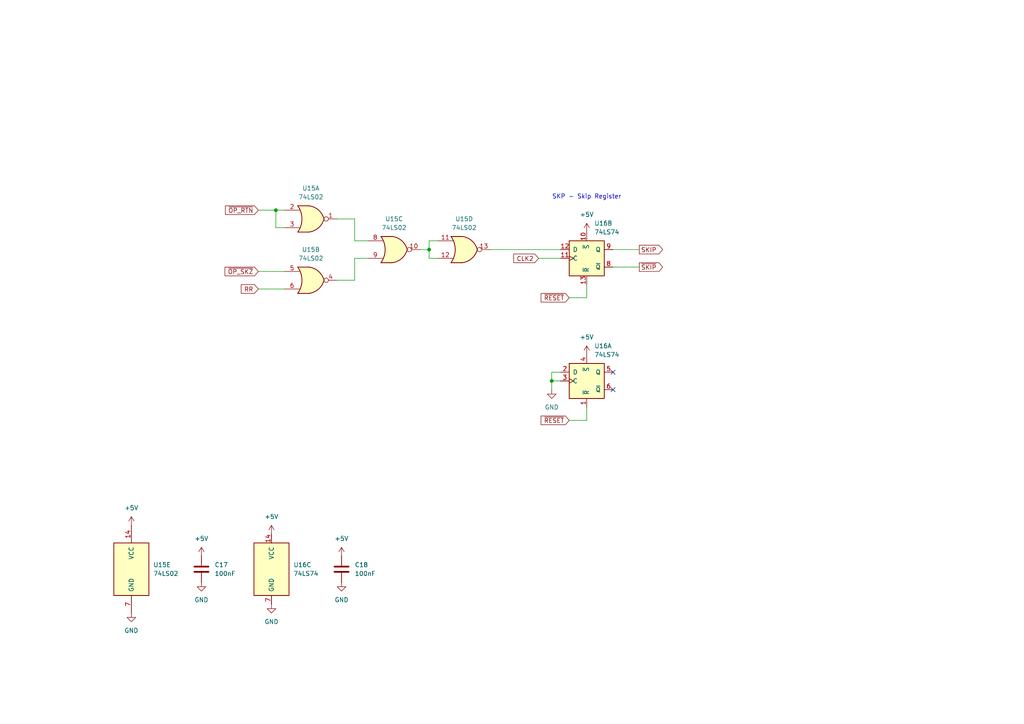
<source format=kicad_sch>
(kicad_sch (version 20231120) (generator "eeschema") (generator_version "8.0")
  (paper "A4")
  (title_block (title "UE14500 TTL 1-bit Microprocessor") (date "2025") (rev "1") (comment 1 "Copyright (c) 2025 Rhys Weatherley") (comment 3 "Skip Register"))
  (lib_symbols
    (symbol "74xx:74LS02" (pin_names (offset 1.016))
      (property "Reference" "U" (at 0 1.27 0))
      (property "Value" "74LS02" (at 0 -1.27 0))
      (symbol "74LS02_1_1"
        (arc (start -3.81 -3.81) (mid -2.589 0) (end -3.81 3.81) (stroke (width 0.254)))
        (arc (start -0.6096 -3.81) (mid 2.1842 -2.5851) (end 3.81 0) (stroke (width 0.254)) (fill (type background)))
        (polyline (pts (xy -3.81 -3.81) (xy -0.635 -3.81)) (stroke (width 0.254)) (fill (type background)))
        (polyline (pts (xy -3.81 3.81) (xy -0.635 3.81)) (stroke (width 0.254)) (fill (type background)))
        (polyline (pts (xy -0.635 3.81) (xy -3.81 3.81) (xy -3.81 3.81) (xy -3.556 3.4036) (xy -3.0226 2.2606) (xy -2.6924 1.0414) (xy -2.6162 -0.254) (xy -2.7686 -1.4986) (xy -3.175 -2.7178) (xy -3.81 -3.81) (xy -3.81 -3.81) (xy -0.635 -3.81)) (stroke (width -25.4)) (fill (type background)))
        (arc (start 3.81 0) (mid 2.1915 2.5936) (end -0.6096 3.81) (stroke (width 0.254)) (fill (type background)))
        (pin output inverted (at 7.62 0 180) (length 3.81) (name "~") (number "1"))
        (pin input line (at -7.62 2.54 0) (length 4.318) (name "~") (number "2"))
        (pin input line (at -7.62 -2.54 0) (length 4.318) (name "~") (number "3"))
      )
      (symbol "74LS02_1_2"
        (arc (start 0 -3.81) (mid 3.7934 0) (end 0 3.81) (stroke (width 0.254)) (fill (type background)))
        (polyline (pts (xy 0 3.81) (xy -3.81 3.81) (xy -3.81 -3.81) (xy 0 -3.81)) (stroke (width 0.254)) (fill (type background)))
        (pin output line (at 7.62 0 180) (length 3.81) (name "~") (number "1"))
        (pin input inverted (at -7.62 2.54 0) (length 3.81) (name "~") (number "2"))
        (pin input inverted (at -7.62 -2.54 0) (length 3.81) (name "~") (number "3"))
      )
      (symbol "74LS02_2_1"
        (arc (start -3.81 -3.81) (mid -2.589 0) (end -3.81 3.81) (stroke (width 0.254)))
        (arc (start -0.6096 -3.81) (mid 2.1842 -2.5851) (end 3.81 0) (stroke (width 0.254)) (fill (type background)))
        (polyline (pts (xy -3.81 -3.81) (xy -0.635 -3.81)) (stroke (width 0.254)) (fill (type background)))
        (polyline (pts (xy -3.81 3.81) (xy -0.635 3.81)) (stroke (width 0.254)) (fill (type background)))
        (polyline (pts (xy -0.635 3.81) (xy -3.81 3.81) (xy -3.81 3.81) (xy -3.556 3.4036) (xy -3.0226 2.2606) (xy -2.6924 1.0414) (xy -2.6162 -0.254) (xy -2.7686 -1.4986) (xy -3.175 -2.7178) (xy -3.81 -3.81) (xy -3.81 -3.81) (xy -0.635 -3.81)) (stroke (width -25.4)) (fill (type background)))
        (arc (start 3.81 0) (mid 2.1915 2.5936) (end -0.6096 3.81) (stroke (width 0.254)) (fill (type background)))
        (pin output inverted (at 7.62 0 180) (length 3.81) (name "~") (number "4"))
        (pin input line (at -7.62 2.54 0) (length 4.318) (name "~") (number "5"))
        (pin input line (at -7.62 -2.54 0) (length 4.318) (name "~") (number "6"))
      )
      (symbol "74LS02_2_2"
        (arc (start 0 -3.81) (mid 3.7934 0) (end 0 3.81) (stroke (width 0.254)) (fill (type background)))
        (polyline (pts (xy 0 3.81) (xy -3.81 3.81) (xy -3.81 -3.81) (xy 0 -3.81)) (stroke (width 0.254)) (fill (type background)))
        (pin output line (at 7.62 0 180) (length 3.81) (name "~") (number "4"))
        (pin input inverted (at -7.62 2.54 0) (length 3.81) (name "~") (number "5"))
        (pin input inverted (at -7.62 -2.54 0) (length 3.81) (name "~") (number "6"))
      )
      (symbol "74LS02_3_1"
        (arc (start -3.81 -3.81) (mid -2.589 0) (end -3.81 3.81) (stroke (width 0.254)))
        (arc (start -0.6096 -3.81) (mid 2.1842 -2.5851) (end 3.81 0) (stroke (width 0.254)) (fill (type background)))
        (polyline (pts (xy -3.81 -3.81) (xy -0.635 -3.81)) (stroke (width 0.254)) (fill (type background)))
        (polyline (pts (xy -3.81 3.81) (xy -0.635 3.81)) (stroke (width 0.254)) (fill (type background)))
        (polyline (pts (xy -0.635 3.81) (xy -3.81 3.81) (xy -3.81 3.81) (xy -3.556 3.4036) (xy -3.0226 2.2606) (xy -2.6924 1.0414) (xy -2.6162 -0.254) (xy -2.7686 -1.4986) (xy -3.175 -2.7178) (xy -3.81 -3.81) (xy -3.81 -3.81) (xy -0.635 -3.81)) (stroke (width -25.4)) (fill (type background)))
        (arc (start 3.81 0) (mid 2.1915 2.5936) (end -0.6096 3.81) (stroke (width 0.254)) (fill (type background)))
        (pin output inverted (at 7.62 0 180) (length 3.81) (name "~") (number "10"))
        (pin input line (at -7.62 2.54 0) (length 4.318) (name "~") (number "8"))
        (pin input line (at -7.62 -2.54 0) (length 4.318) (name "~") (number "9"))
      )
      (symbol "74LS02_3_2"
        (arc (start 0 -3.81) (mid 3.7934 0) (end 0 3.81) (stroke (width 0.254)) (fill (type background)))
        (polyline (pts (xy 0 3.81) (xy -3.81 3.81) (xy -3.81 -3.81) (xy 0 -3.81)) (stroke (width 0.254)) (fill (type background)))
        (pin output line (at 7.62 0 180) (length 3.81) (name "~") (number "10"))
        (pin input inverted (at -7.62 2.54 0) (length 3.81) (name "~") (number "8"))
        (pin input inverted (at -7.62 -2.54 0) (length 3.81) (name "~") (number "9"))
      )
      (symbol "74LS02_4_1"
        (arc (start -3.81 -3.81) (mid -2.589 0) (end -3.81 3.81) (stroke (width 0.254)))
        (arc (start -0.6096 -3.81) (mid 2.1842 -2.5851) (end 3.81 0) (stroke (width 0.254)) (fill (type background)))
        (polyline (pts (xy -3.81 -3.81) (xy -0.635 -3.81)) (stroke (width 0.254)) (fill (type background)))
        (polyline (pts (xy -3.81 3.81) (xy -0.635 3.81)) (stroke (width 0.254)) (fill (type background)))
        (polyline (pts (xy -0.635 3.81) (xy -3.81 3.81) (xy -3.81 3.81) (xy -3.556 3.4036) (xy -3.0226 2.2606) (xy -2.6924 1.0414) (xy -2.6162 -0.254) (xy -2.7686 -1.4986) (xy -3.175 -2.7178) (xy -3.81 -3.81) (xy -3.81 -3.81) (xy -0.635 -3.81)) (stroke (width -25.4)) (fill (type background)))
        (arc (start 3.81 0) (mid 2.1915 2.5936) (end -0.6096 3.81) (stroke (width 0.254)) (fill (type background)))
        (pin input line (at -7.62 2.54 0) (length 4.318) (name "~") (number "11"))
        (pin input line (at -7.62 -2.54 0) (length 4.318) (name "~") (number "12"))
        (pin output inverted (at 7.62 0 180) (length 3.81) (name "~") (number "13"))
      )
      (symbol "74LS02_4_2"
        (arc (start 0 -3.81) (mid 3.7934 0) (end 0 3.81) (stroke (width 0.254)) (fill (type background)))
        (polyline (pts (xy 0 3.81) (xy -3.81 3.81) (xy -3.81 -3.81) (xy 0 -3.81)) (stroke (width 0.254)) (fill (type background)))
        (pin input inverted (at -7.62 2.54 0) (length 3.81) (name "~") (number "11"))
        (pin input inverted (at -7.62 -2.54 0) (length 3.81) (name "~") (number "12"))
        (pin output line (at 7.62 0 180) (length 3.81) (name "~") (number "13"))
      )
      (symbol "74LS02_5_0"
        (pin power_in line (at 0 12.7 270) (length 5.08) (name "VCC") (number "14"))
        (pin power_in line (at 0 -12.7 90) (length 5.08) (name "GND") (number "7"))
      )
      (symbol "74LS02_5_1"
        (rectangle (start -5.08 7.62) (end 5.08 -7.62) (stroke (width 0.254)) (fill (type background)))
      )
    )
    (symbol "74xx:74LS74" (pin_names (offset 1.016))
      (property "Reference" "U" (at -7.62 8.89 0))
      (property "Value" "74LS74" (at -7.62 -8.89 0))
      (symbol "74LS74_1_0"
        (pin input line (at 0 -7.62 90) (length 2.54) (name "~{R}") (number "1"))
        (pin input line (at -7.62 2.54 0) (length 2.54) (name "D") (number "2"))
        (pin input clock (at -7.62 0 0) (length 2.54) (name "C") (number "3"))
        (pin input line (at 0 7.62 270) (length 2.54) (name "~{S}") (number "4"))
        (pin output line (at 7.62 2.54 180) (length 2.54) (name "Q") (number "5"))
        (pin output line (at 7.62 -2.54 180) (length 2.54) (name "~{Q}") (number "6"))
      )
      (symbol "74LS74_1_1"
        (rectangle (start -5.08 5.08) (end 5.08 -5.08) (stroke (width 0.254)) (fill (type background)))
      )
      (symbol "74LS74_2_0"
        (pin input line (at 0 7.62 270) (length 2.54) (name "~{S}") (number "10"))
        (pin input clock (at -7.62 0 0) (length 2.54) (name "C") (number "11"))
        (pin input line (at -7.62 2.54 0) (length 2.54) (name "D") (number "12"))
        (pin input line (at 0 -7.62 90) (length 2.54) (name "~{R}") (number "13"))
        (pin output line (at 7.62 -2.54 180) (length 2.54) (name "~{Q}") (number "8"))
        (pin output line (at 7.62 2.54 180) (length 2.54) (name "Q") (number "9"))
      )
      (symbol "74LS74_2_1"
        (rectangle (start -5.08 5.08) (end 5.08 -5.08) (stroke (width 0.254)) (fill (type background)))
      )
      (symbol "74LS74_3_0"
        (pin power_in line (at 0 10.16 270) (length 2.54) (name "VCC") (number "14"))
        (pin power_in line (at 0 -10.16 90) (length 2.54) (name "GND") (number "7"))
      )
      (symbol "74LS74_3_1"
        (rectangle (start -5.08 7.62) (end 5.08 -7.62) (stroke (width 0.254)) (fill (type background)))
      )
    )
    (symbol "Device:C" (pin_numbers hide) (pin_names (offset 0.254))
      (property "Reference" "C" (at 0.635 2.54 0))
      (property "Value" "C" (at 0.635 -2.54 0))
      (symbol "C_0_1"
        (polyline (pts (xy -2.032 -0.762) (xy 2.032 -0.762)) (stroke (width 0.508)))
        (polyline (pts (xy -2.032 0.762) (xy 2.032 0.762)) (stroke (width 0.508)))
      )
      (symbol "C_1_1"
        (pin passive line (at 0 3.81 270) (length 2.794) (name "~") (number "1"))
        (pin passive line (at 0 -3.81 90) (length 2.794) (name "~") (number "2"))
      )
    )
    (symbol "power:+5V" (power) (pin_numbers hide) (pin_names (offset 0) hide)
      (property "Value" "+5V" (at 0 3.556 0))
      (symbol "+5V_0_1"
        (polyline (pts (xy -0.762 1.27) (xy 0 2.54)))
        (polyline (pts (xy 0 0) (xy 0 2.54)))
        (polyline (pts (xy 0 2.54) (xy 0.762 1.27)))
      )
      (symbol "+5V_1_1"
        (pin power_in line (at 0 0 90) (length 0) (name "~") (number "1"))
      )
    )
    (symbol "power:GND" (power) (pin_numbers hide) (pin_names (offset 0) hide)
      (property "Value" "GND" (at 0 -3.81 0))
      (symbol "GND_0_1"
        (polyline (pts (xy 0 0) (xy 0 -1.27) (xy 1.27 -1.27) (xy 0 -2.54) (xy -1.27 -1.27) (xy 0 -1.27)))
      )
      (symbol "GND_1_1"
        (pin power_in line (at 0 0 270) (length 0) (name "~") (number "1"))
      )
    )
  )
  (junction (at 160.02 110.49))
  (junction (at 124.46 72.39))
  (junction (at 80.01 60.96))
  (no_connect (at 177.8 107.95))
  (no_connect (at 177.8 113.03))
  (wire (pts (xy 106.68 74.93) (xy 102.87 74.93)))
  (wire (pts (xy 124.46 74.93) (xy 127 74.93)))
  (wire (pts (xy 165.1 86.36) (xy 170.18 86.36)))
  (wire (pts (xy 74.93 78.74) (xy 82.55 78.74)))
  (wire (pts (xy 156.21 74.93) (xy 162.56 74.93)))
  (wire (pts (xy 121.92 72.39) (xy 124.46 72.39)))
  (wire (pts (xy 124.46 69.85) (xy 124.46 72.39)))
  (wire (pts (xy 142.24 72.39) (xy 162.56 72.39)))
  (wire (pts (xy 177.8 72.39) (xy 185.42 72.39)))
  (wire (pts (xy 102.87 81.28) (xy 97.79 81.28)))
  (wire (pts (xy 170.18 121.92) (xy 170.18 118.11)))
  (wire (pts (xy 165.1 121.92) (xy 170.18 121.92)))
  (wire (pts (xy 170.18 86.36) (xy 170.18 82.55)))
  (wire (pts (xy 127 69.85) (xy 124.46 69.85)))
  (wire (pts (xy 124.46 72.39) (xy 124.46 74.93)))
  (wire (pts (xy 102.87 69.85) (xy 102.87 63.5)))
  (wire (pts (xy 82.55 66.04) (xy 80.01 66.04)))
  (wire (pts (xy 74.93 83.82) (xy 82.55 83.82)))
  (wire (pts (xy 160.02 110.49) (xy 160.02 107.95)))
  (wire (pts (xy 106.68 69.85) (xy 102.87 69.85)))
  (wire (pts (xy 80.01 60.96) (xy 82.55 60.96)))
  (wire (pts (xy 160.02 107.95) (xy 162.56 107.95)))
  (wire (pts (xy 80.01 66.04) (xy 80.01 60.96)))
  (wire (pts (xy 160.02 113.03) (xy 160.02 110.49)))
  (wire (pts (xy 102.87 74.93) (xy 102.87 81.28)))
  (wire (pts (xy 160.02 110.49) (xy 162.56 110.49)))
  (wire (pts (xy 74.93 60.96) (xy 80.01 60.96)))
  (wire (pts (xy 102.87 63.5) (xy 97.79 63.5)))
  (wire (pts (xy 177.8 77.47) (xy 185.42 77.47)))
  (text "SKP - Skip Register" (at 170.18 57.15 0) (effects (font (size 1.27 1.27))))
  (global_label "~{SKIP}" (shape output) (at 185.42 77.47 0) (property "Intersheetrefs" "${INTERSHEET_REFS}" (effects (hide yes))))
  (global_label "~{OP_SKZ}" (shape input) (at 74.93 78.74 180) (property "Intersheetrefs" "${INTERSHEET_REFS}" (effects (hide yes))))
  (global_label "SKIP" (shape output) (at 185.42 72.39 0) (property "Intersheetrefs" "${INTERSHEET_REFS}" (effects (hide yes))))
  (global_label "~{OP_RTN}" (shape input) (at 74.93 60.96 180) (property "Intersheetrefs" "${INTERSHEET_REFS}" (effects (hide yes))))
  (global_label "RR" (shape input) (at 74.93 83.82 180) (property "Intersheetrefs" "${INTERSHEET_REFS}" (effects (hide yes))))
  (global_label "~{RESET}" (shape input) (at 165.1 86.36 180) (property "Intersheetrefs" "${INTERSHEET_REFS}" (effects (hide yes))))
  (global_label "CLK2" (shape input) (at 156.21 74.93 180) (property "Intersheetrefs" "${INTERSHEET_REFS}" (effects (hide yes))))
  (global_label "~{RESET}" (shape input) (at 165.1 121.92 180) (property "Intersheetrefs" "${INTERSHEET_REFS}" (effects (hide yes))))
  (symbol (lib_id "power:+5V") (at 38.1 152.4 0) (unit 1)
    (property "Reference" "#PWR81" (effects (hide yes)))
    (property "Value" "+5V" (at 38.1 147.32 0))
    (property "Description" "Power symbol creates a global label with name \"+5V\"" (effects (hide yes)))
  )
  (symbol (lib_id "Device:C") (at 58.42 165.1 0) (unit 1)
    (property "Reference" "C17" (at 62.23 163.8299 0) (effects (justify left)))
    (property "Value" "100nF" (at 62.23 166.3699 0) (effects (justify left)))
    (property "Footprint" "Capacitor_THT:C_Disc_D5.0mm_W2.5mm_P5.00mm" (effects (hide yes)))
    (property "Description" "Unpolarized capacitor" (effects (hide yes)))
  )
  (symbol (lib_id "power:+5V") (at 170.18 102.87 0) (unit 1)
    (property "Reference" "#PWR91" (effects (hide yes)))
    (property "Value" "+5V" (at 170.18 97.79 0))
    (property "Description" "Power symbol creates a global label with name \"+5V\"" (effects (hide yes)))
  )
  (symbol (lib_id "74xx:74LS02") (at 134.62 72.39 0) (unit 4)
    (property "Reference" "U15" (at 134.62 63.5 0))
    (property "Value" "74LS02" (at 134.62 66.04 0))
    (property "Footprint" "Package_DIP:DIP-14_W7.62mm" (effects (hide yes)))
    (property "Datasheet" "http://www.ti.com/lit/gpn/sn74ls02" (effects (hide yes)))
    (property "Description" "quad 2-input NOR gate" (effects (hide yes)))
  )
  (symbol (lib_id "74xx:74LS74") (at 170.18 74.93 0) (unit 2)
    (property "Reference" "U16" (at 172.3741 64.77 0) (effects (justify left)))
    (property "Value" "74LS74" (at 172.3741 67.31 0) (effects (justify left)))
    (property "Footprint" "Package_DIP:DIP-14_W7.62mm" (effects (hide yes)))
    (property "Datasheet" "74xx/74hc_hct74.pdf" (effects (hide yes)))
    (property "Description" "Dual D Flip-flop, Set & Reset" (effects (hide yes)))
  )
  (symbol (lib_id "power:GND") (at 99.06 168.91 0) (unit 1)
    (property "Reference" "#PWR88" (effects (hide yes)))
    (property "Value" "GND" (at 99.06 173.99 0))
    (property "Description" "Power symbol creates a global label with name \"GND\" , ground" (effects (hide yes)))
  )
  (symbol (lib_id "74xx:74LS74") (at 170.18 110.49 0) (unit 1)
    (property "Reference" "U16" (at 172.3741 100.33 0) (effects (justify left)))
    (property "Value" "74LS74" (at 172.3741 102.87 0) (effects (justify left)))
    (property "Footprint" "Package_DIP:DIP-14_W7.62mm" (effects (hide yes)))
    (property "Datasheet" "74xx/74hc_hct74.pdf" (effects (hide yes)))
    (property "Description" "Dual D Flip-flop, Set & Reset" (effects (hide yes)))
  )
  (symbol (lib_id "74xx:74LS02") (at 38.1 165.1 0) (unit 5)
    (property "Reference" "U15" (at 44.45 163.8299 0) (effects (justify left)))
    (property "Value" "74LS02" (at 44.45 166.3699 0) (effects (justify left)))
    (property "Footprint" "Package_DIP:DIP-14_W7.62mm" (effects (hide yes)))
    (property "Datasheet" "http://www.ti.com/lit/gpn/sn74ls02" (effects (hide yes)))
    (property "Description" "quad 2-input NOR gate" (effects (hide yes)))
  )
  (symbol (lib_id "power:+5V") (at 78.74 154.94 0) (unit 1)
    (property "Reference" "#PWR85" (effects (hide yes)))
    (property "Value" "+5V" (at 78.74 149.86 0))
    (property "Description" "Power symbol creates a global label with name \"+5V\"" (effects (hide yes)))
  )
  (symbol (lib_id "power:+5V") (at 170.18 67.31 0) (unit 1)
    (property "Reference" "#PWR90" (effects (hide yes)))
    (property "Value" "+5V" (at 170.18 62.23 0))
    (property "Description" "Power symbol creates a global label with name \"+5V\"" (effects (hide yes)))
  )
  (symbol (lib_id "74xx:74LS74") (at 78.74 165.1 0) (unit 3)
    (property "Reference" "U16" (at 85.09 163.8299 0) (effects (justify left)))
    (property "Value" "74LS74" (at 85.09 166.3699 0) (effects (justify left)))
    (property "Footprint" "Package_DIP:DIP-14_W7.62mm" (effects (hide yes)))
    (property "Datasheet" "74xx/74hc_hct74.pdf" (effects (hide yes)))
    (property "Description" "Dual D Flip-flop, Set & Reset" (effects (hide yes)))
  )
  (symbol (lib_id "power:GND") (at 160.02 113.03 0) (unit 1)
    (property "Reference" "#PWR89" (effects (hide yes)))
    (property "Value" "GND" (at 160.02 118.11 0))
    (property "Description" "Power symbol creates a global label with name \"GND\" , ground" (effects (hide yes)))
  )
  (symbol (lib_id "power:GND") (at 38.1 177.8 0) (unit 1)
    (property "Reference" "#PWR82" (effects (hide yes)))
    (property "Value" "GND" (at 38.1 182.88 0))
    (property "Description" "Power symbol creates a global label with name \"GND\" , ground" (effects (hide yes)))
  )
  (symbol (lib_id "power:GND") (at 78.74 175.26 0) (unit 1)
    (property "Reference" "#PWR86" (effects (hide yes)))
    (property "Value" "GND" (at 78.74 180.34 0))
    (property "Description" "Power symbol creates a global label with name \"GND\" , ground" (effects (hide yes)))
  )
  (symbol (lib_id "power:+5V") (at 99.06 161.29 0) (unit 1)
    (property "Reference" "#PWR87" (effects (hide yes)))
    (property "Value" "+5V" (at 99.06 156.21 0))
    (property "Description" "Power symbol creates a global label with name \"+5V\"" (effects (hide yes)))
  )
  (symbol (lib_id "power:GND") (at 58.42 168.91 0) (unit 1)
    (property "Reference" "#PWR84" (effects (hide yes)))
    (property "Value" "GND" (at 58.42 173.99 0))
    (property "Description" "Power symbol creates a global label with name \"GND\" , ground" (effects (hide yes)))
  )
  (symbol (lib_id "power:+5V") (at 58.42 161.29 0) (unit 1)
    (property "Reference" "#PWR83" (effects (hide yes)))
    (property "Value" "+5V" (at 58.42 156.21 0))
    (property "Description" "Power symbol creates a global label with name \"+5V\"" (effects (hide yes)))
  )
  (symbol (lib_id "74xx:74LS02") (at 114.3 72.39 0) (unit 3)
    (property "Reference" "U15" (at 114.3 63.5 0))
    (property "Value" "74LS02" (at 114.3 66.04 0))
    (property "Footprint" "Package_DIP:DIP-14_W7.62mm" (effects (hide yes)))
    (property "Datasheet" "http://www.ti.com/lit/gpn/sn74ls02" (effects (hide yes)))
    (property "Description" "quad 2-input NOR gate" (effects (hide yes)))
  )
  (symbol (lib_id "74xx:74LS02") (at 90.17 63.5 0) (unit 1)
    (property "Reference" "U15" (at 90.17 54.61 0))
    (property "Value" "74LS02" (at 90.17 57.15 0))
    (property "Footprint" "Package_DIP:DIP-14_W7.62mm" (effects (hide yes)))
    (property "Datasheet" "http://www.ti.com/lit/gpn/sn74ls02" (effects (hide yes)))
    (property "Description" "quad 2-input NOR gate" (effects (hide yes)))
  )
  (symbol (lib_id "Device:C") (at 99.06 165.1 0) (unit 1)
    (property "Reference" "C18" (at 102.87 163.8299 0) (effects (justify left)))
    (property "Value" "100nF" (at 102.87 166.3699 0) (effects (justify left)))
    (property "Footprint" "Capacitor_THT:C_Disc_D5.0mm_W2.5mm_P5.00mm" (effects (hide yes)))
    (property "Description" "Unpolarized capacitor" (effects (hide yes)))
  )
  (symbol (lib_id "74xx:74LS02") (at 90.17 81.28 0) (unit 2)
    (property "Reference" "U15" (at 90.17 72.39 0))
    (property "Value" "74LS02" (at 90.17 74.93 0))
    (property "Footprint" "Package_DIP:DIP-14_W7.62mm" (effects (hide yes)))
    (property "Datasheet" "http://www.ti.com/lit/gpn/sn74ls02" (effects (hide yes)))
    (property "Description" "quad 2-input NOR gate" (effects (hide yes)))
  )
)
</source>
